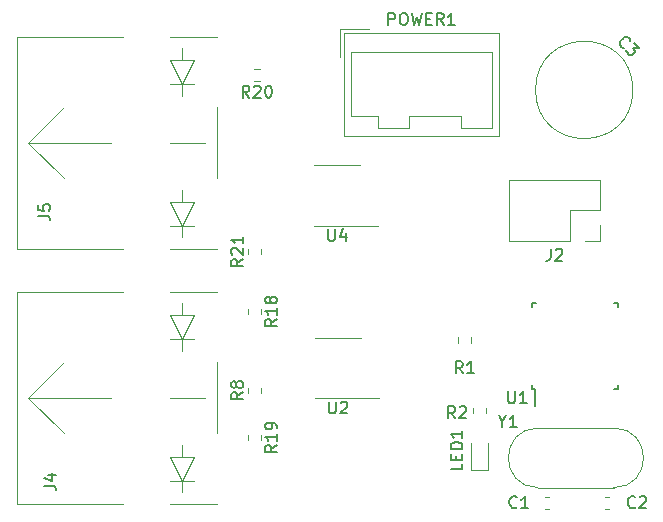
<source format=gto>
G04 #@! TF.GenerationSoftware,KiCad,Pcbnew,(5.1.9)-1*
G04 #@! TF.CreationDate,2021-06-09T23:11:38+02:00*
G04 #@! TF.ProjectId,controller,636f6e74-726f-46c6-9c65-722e6b696361,rev?*
G04 #@! TF.SameCoordinates,Original*
G04 #@! TF.FileFunction,Legend,Top*
G04 #@! TF.FilePolarity,Positive*
%FSLAX46Y46*%
G04 Gerber Fmt 4.6, Leading zero omitted, Abs format (unit mm)*
G04 Created by KiCad (PCBNEW (5.1.9)-1) date 2021-06-09 23:11:38*
%MOMM*%
%LPD*%
G01*
G04 APERTURE LIST*
%ADD10C,0.120000*%
%ADD11C,0.150000*%
G04 APERTURE END LIST*
D10*
X120715000Y-101620000D02*
X124165000Y-101620000D01*
X120715000Y-101620000D02*
X118765000Y-101620000D01*
X120715000Y-96500000D02*
X122665000Y-96500000D01*
X120715000Y-96500000D02*
X118765000Y-96500000D01*
X120650000Y-87015000D02*
X124100000Y-87015000D01*
X120650000Y-87015000D02*
X118700000Y-87015000D01*
X120650000Y-81895000D02*
X122600000Y-81895000D01*
X120650000Y-81895000D02*
X118700000Y-81895000D01*
X114187500Y-89455258D02*
X114187500Y-88980742D01*
X113142500Y-89455258D02*
X113142500Y-88980742D01*
X114092258Y-73772500D02*
X113617742Y-73772500D01*
X114092258Y-74817500D02*
X113617742Y-74817500D01*
X113142500Y-104727742D02*
X113142500Y-105202258D01*
X114187500Y-104727742D02*
X114187500Y-105202258D01*
X113142500Y-94060742D02*
X113142500Y-94535258D01*
X114187500Y-94060742D02*
X114187500Y-94535258D01*
X94505000Y-80010000D02*
X97505000Y-77010000D01*
X94505000Y-80010000D02*
X97505000Y-83010000D01*
X101505000Y-80010000D02*
X94505000Y-80010000D01*
X109505000Y-80010000D02*
X106505000Y-80010000D01*
X107505000Y-76010000D02*
X107505000Y-75010000D01*
X108505000Y-75010000D02*
X106505000Y-75010000D01*
X108505000Y-73010000D02*
X107505000Y-73010000D01*
X107505000Y-75010000D02*
X108505000Y-73010000D01*
X106505000Y-73010000D02*
X107505000Y-75010000D01*
X107505000Y-73010000D02*
X106505000Y-73010000D01*
X107505000Y-72010000D02*
X107505000Y-73010000D01*
X107505000Y-87010000D02*
X107505000Y-88010000D01*
X108505000Y-87010000D02*
X106505000Y-87010000D01*
X107505000Y-85010000D02*
X107505000Y-84010000D01*
X107505000Y-87010000D02*
X108505000Y-85010000D01*
X106505000Y-85010000D02*
X107505000Y-87010000D01*
X108505000Y-85010000D02*
X106505000Y-85010000D01*
X110505000Y-77010000D02*
X110505000Y-83010000D01*
X106505000Y-89010000D02*
X110505000Y-89010000D01*
X93505000Y-89010000D02*
X102505000Y-89010000D01*
X93505000Y-71010000D02*
X93505000Y-89010000D01*
X102505000Y-71010000D02*
X93505000Y-71010000D01*
X110505000Y-71010000D02*
X106505000Y-71010000D01*
X94505000Y-101600000D02*
X97505000Y-98600000D01*
X94505000Y-101600000D02*
X97505000Y-104600000D01*
X101505000Y-101600000D02*
X94505000Y-101600000D01*
X109505000Y-101600000D02*
X106505000Y-101600000D01*
X107505000Y-97600000D02*
X107505000Y-96600000D01*
X108505000Y-96600000D02*
X106505000Y-96600000D01*
X108505000Y-94600000D02*
X107505000Y-94600000D01*
X107505000Y-96600000D02*
X108505000Y-94600000D01*
X106505000Y-94600000D02*
X107505000Y-96600000D01*
X107505000Y-94600000D02*
X106505000Y-94600000D01*
X107505000Y-93600000D02*
X107505000Y-94600000D01*
X107505000Y-108600000D02*
X107505000Y-109600000D01*
X108505000Y-108600000D02*
X106505000Y-108600000D01*
X107505000Y-106600000D02*
X107505000Y-105600000D01*
X107505000Y-108600000D02*
X108505000Y-106600000D01*
X106505000Y-106600000D02*
X107505000Y-108600000D01*
X108505000Y-106600000D02*
X106505000Y-106600000D01*
X110505000Y-98600000D02*
X110505000Y-104600000D01*
X106505000Y-110600000D02*
X110505000Y-110600000D01*
X93505000Y-110600000D02*
X102505000Y-110600000D01*
X93505000Y-92600000D02*
X93505000Y-110600000D01*
X102505000Y-92600000D02*
X93505000Y-92600000D01*
X110505000Y-92600000D02*
X106505000Y-92600000D01*
X142935000Y-86995000D02*
X142935000Y-88325000D01*
X142935000Y-88325000D02*
X141605000Y-88325000D01*
X142935000Y-85725000D02*
X140335000Y-85725000D01*
X140335000Y-85725000D02*
X140335000Y-88325000D01*
X140335000Y-88325000D02*
X135195000Y-88325000D01*
X135195000Y-83125000D02*
X135195000Y-88325000D01*
X142935000Y-83125000D02*
X135195000Y-83125000D01*
X142935000Y-83125000D02*
X142935000Y-85725000D01*
X145692437Y-75532437D02*
G75*
G03*
X145692437Y-75532437I-4120000J0D01*
G01*
D11*
X137375000Y-100850000D02*
X137375000Y-102275000D01*
X137150000Y-93600000D02*
X137150000Y-93925000D01*
X144400000Y-93600000D02*
X144400000Y-93925000D01*
X144400000Y-100850000D02*
X144400000Y-100525000D01*
X137150000Y-100850000D02*
X137150000Y-100525000D01*
X144400000Y-100850000D02*
X144075000Y-100850000D01*
X144400000Y-93600000D02*
X144075000Y-93600000D01*
X137150000Y-93600000D02*
X137475000Y-93600000D01*
X137150000Y-100850000D02*
X137375000Y-100850000D01*
D10*
X120925000Y-70370000D02*
X123335000Y-70370000D01*
X120925000Y-72780000D02*
X120925000Y-70370000D01*
X133735000Y-72280000D02*
X121835000Y-72280000D01*
X133735000Y-78780000D02*
X133735000Y-72280000D01*
X131135000Y-78780000D02*
X133735000Y-78780000D01*
X131135000Y-77780000D02*
X131135000Y-78780000D01*
X126735000Y-77780000D02*
X131135000Y-77780000D01*
X126735000Y-78780000D02*
X126735000Y-77780000D01*
X124135000Y-78780000D02*
X126735000Y-78780000D01*
X124135000Y-77780000D02*
X124135000Y-78780000D01*
X121835000Y-77780000D02*
X124135000Y-77780000D01*
X121835000Y-72280000D02*
X121835000Y-77780000D01*
X134345000Y-70670000D02*
X121225000Y-70670000D01*
X134345000Y-79390000D02*
X134345000Y-70670000D01*
X121225000Y-79390000D02*
X134345000Y-79390000D01*
X121225000Y-70670000D02*
X121225000Y-79390000D01*
X137670000Y-109205000D02*
X144070000Y-109205000D01*
X137670000Y-104155000D02*
X144070000Y-104155000D01*
X144070000Y-109205000D02*
G75*
G03*
X144070000Y-104155000I0J2525000D01*
G01*
X137670000Y-109205000D02*
G75*
G02*
X137670000Y-104155000I0J2525000D01*
G01*
X133237500Y-102917258D02*
X133237500Y-102442742D01*
X132192500Y-102917258D02*
X132192500Y-102442742D01*
X133450000Y-107682500D02*
X133450000Y-105397500D01*
X131980000Y-107682500D02*
X133450000Y-107682500D01*
X131980000Y-105397500D02*
X131980000Y-107682500D01*
X131967500Y-96947258D02*
X131967500Y-96472742D01*
X130922500Y-96947258D02*
X130922500Y-96472742D01*
X114187500Y-101202258D02*
X114187500Y-100727742D01*
X113142500Y-101202258D02*
X113142500Y-100727742D01*
X143369420Y-111000000D02*
X143650580Y-111000000D01*
X143369420Y-109980000D02*
X143650580Y-109980000D01*
X138289420Y-111000000D02*
X138570580Y-111000000D01*
X138289420Y-109980000D02*
X138570580Y-109980000D01*
D11*
X119953095Y-101912380D02*
X119953095Y-102721904D01*
X120000714Y-102817142D01*
X120048333Y-102864761D01*
X120143571Y-102912380D01*
X120334047Y-102912380D01*
X120429285Y-102864761D01*
X120476904Y-102817142D01*
X120524523Y-102721904D01*
X120524523Y-101912380D01*
X120953095Y-102007619D02*
X121000714Y-101960000D01*
X121095952Y-101912380D01*
X121334047Y-101912380D01*
X121429285Y-101960000D01*
X121476904Y-102007619D01*
X121524523Y-102102857D01*
X121524523Y-102198095D01*
X121476904Y-102340952D01*
X120905476Y-102912380D01*
X121524523Y-102912380D01*
X119888095Y-87307380D02*
X119888095Y-88116904D01*
X119935714Y-88212142D01*
X119983333Y-88259761D01*
X120078571Y-88307380D01*
X120269047Y-88307380D01*
X120364285Y-88259761D01*
X120411904Y-88212142D01*
X120459523Y-88116904D01*
X120459523Y-87307380D01*
X121364285Y-87640714D02*
X121364285Y-88307380D01*
X121126190Y-87259761D02*
X120888095Y-87974047D01*
X121507142Y-87974047D01*
X112687380Y-89860857D02*
X112211190Y-90194190D01*
X112687380Y-90432285D02*
X111687380Y-90432285D01*
X111687380Y-90051333D01*
X111735000Y-89956095D01*
X111782619Y-89908476D01*
X111877857Y-89860857D01*
X112020714Y-89860857D01*
X112115952Y-89908476D01*
X112163571Y-89956095D01*
X112211190Y-90051333D01*
X112211190Y-90432285D01*
X111782619Y-89479904D02*
X111735000Y-89432285D01*
X111687380Y-89337047D01*
X111687380Y-89098952D01*
X111735000Y-89003714D01*
X111782619Y-88956095D01*
X111877857Y-88908476D01*
X111973095Y-88908476D01*
X112115952Y-88956095D01*
X112687380Y-89527523D01*
X112687380Y-88908476D01*
X112687380Y-87956095D02*
X112687380Y-88527523D01*
X112687380Y-88241809D02*
X111687380Y-88241809D01*
X111830238Y-88337047D01*
X111925476Y-88432285D01*
X111973095Y-88527523D01*
X113212142Y-76177380D02*
X112878809Y-75701190D01*
X112640714Y-76177380D02*
X112640714Y-75177380D01*
X113021666Y-75177380D01*
X113116904Y-75225000D01*
X113164523Y-75272619D01*
X113212142Y-75367857D01*
X113212142Y-75510714D01*
X113164523Y-75605952D01*
X113116904Y-75653571D01*
X113021666Y-75701190D01*
X112640714Y-75701190D01*
X113593095Y-75272619D02*
X113640714Y-75225000D01*
X113735952Y-75177380D01*
X113974047Y-75177380D01*
X114069285Y-75225000D01*
X114116904Y-75272619D01*
X114164523Y-75367857D01*
X114164523Y-75463095D01*
X114116904Y-75605952D01*
X113545476Y-76177380D01*
X114164523Y-76177380D01*
X114783571Y-75177380D02*
X114878809Y-75177380D01*
X114974047Y-75225000D01*
X115021666Y-75272619D01*
X115069285Y-75367857D01*
X115116904Y-75558333D01*
X115116904Y-75796428D01*
X115069285Y-75986904D01*
X115021666Y-76082142D01*
X114974047Y-76129761D01*
X114878809Y-76177380D01*
X114783571Y-76177380D01*
X114688333Y-76129761D01*
X114640714Y-76082142D01*
X114593095Y-75986904D01*
X114545476Y-75796428D01*
X114545476Y-75558333D01*
X114593095Y-75367857D01*
X114640714Y-75272619D01*
X114688333Y-75225000D01*
X114783571Y-75177380D01*
X115547380Y-105607857D02*
X115071190Y-105941190D01*
X115547380Y-106179285D02*
X114547380Y-106179285D01*
X114547380Y-105798333D01*
X114595000Y-105703095D01*
X114642619Y-105655476D01*
X114737857Y-105607857D01*
X114880714Y-105607857D01*
X114975952Y-105655476D01*
X115023571Y-105703095D01*
X115071190Y-105798333D01*
X115071190Y-106179285D01*
X115547380Y-104655476D02*
X115547380Y-105226904D01*
X115547380Y-104941190D02*
X114547380Y-104941190D01*
X114690238Y-105036428D01*
X114785476Y-105131666D01*
X114833095Y-105226904D01*
X115547380Y-104179285D02*
X115547380Y-103988809D01*
X115499761Y-103893571D01*
X115452142Y-103845952D01*
X115309285Y-103750714D01*
X115118809Y-103703095D01*
X114737857Y-103703095D01*
X114642619Y-103750714D01*
X114595000Y-103798333D01*
X114547380Y-103893571D01*
X114547380Y-104084047D01*
X114595000Y-104179285D01*
X114642619Y-104226904D01*
X114737857Y-104274523D01*
X114975952Y-104274523D01*
X115071190Y-104226904D01*
X115118809Y-104179285D01*
X115166428Y-104084047D01*
X115166428Y-103893571D01*
X115118809Y-103798333D01*
X115071190Y-103750714D01*
X114975952Y-103703095D01*
X115547380Y-94940857D02*
X115071190Y-95274190D01*
X115547380Y-95512285D02*
X114547380Y-95512285D01*
X114547380Y-95131333D01*
X114595000Y-95036095D01*
X114642619Y-94988476D01*
X114737857Y-94940857D01*
X114880714Y-94940857D01*
X114975952Y-94988476D01*
X115023571Y-95036095D01*
X115071190Y-95131333D01*
X115071190Y-95512285D01*
X115547380Y-93988476D02*
X115547380Y-94559904D01*
X115547380Y-94274190D02*
X114547380Y-94274190D01*
X114690238Y-94369428D01*
X114785476Y-94464666D01*
X114833095Y-94559904D01*
X114975952Y-93417047D02*
X114928333Y-93512285D01*
X114880714Y-93559904D01*
X114785476Y-93607523D01*
X114737857Y-93607523D01*
X114642619Y-93559904D01*
X114595000Y-93512285D01*
X114547380Y-93417047D01*
X114547380Y-93226571D01*
X114595000Y-93131333D01*
X114642619Y-93083714D01*
X114737857Y-93036095D01*
X114785476Y-93036095D01*
X114880714Y-93083714D01*
X114928333Y-93131333D01*
X114975952Y-93226571D01*
X114975952Y-93417047D01*
X115023571Y-93512285D01*
X115071190Y-93559904D01*
X115166428Y-93607523D01*
X115356904Y-93607523D01*
X115452142Y-93559904D01*
X115499761Y-93512285D01*
X115547380Y-93417047D01*
X115547380Y-93226571D01*
X115499761Y-93131333D01*
X115452142Y-93083714D01*
X115356904Y-93036095D01*
X115166428Y-93036095D01*
X115071190Y-93083714D01*
X115023571Y-93131333D01*
X114975952Y-93226571D01*
X95337380Y-86185333D02*
X96051666Y-86185333D01*
X96194523Y-86232952D01*
X96289761Y-86328190D01*
X96337380Y-86471047D01*
X96337380Y-86566285D01*
X95337380Y-85232952D02*
X95337380Y-85709142D01*
X95813571Y-85756761D01*
X95765952Y-85709142D01*
X95718333Y-85613904D01*
X95718333Y-85375809D01*
X95765952Y-85280571D01*
X95813571Y-85232952D01*
X95908809Y-85185333D01*
X96146904Y-85185333D01*
X96242142Y-85232952D01*
X96289761Y-85280571D01*
X96337380Y-85375809D01*
X96337380Y-85613904D01*
X96289761Y-85709142D01*
X96242142Y-85756761D01*
X95845380Y-109045333D02*
X96559666Y-109045333D01*
X96702523Y-109092952D01*
X96797761Y-109188190D01*
X96845380Y-109331047D01*
X96845380Y-109426285D01*
X96178714Y-108140571D02*
X96845380Y-108140571D01*
X95797761Y-108378666D02*
X96512047Y-108616761D01*
X96512047Y-107997714D01*
X138731666Y-88987380D02*
X138731666Y-89701666D01*
X138684047Y-89844523D01*
X138588809Y-89939761D01*
X138445952Y-89987380D01*
X138350714Y-89987380D01*
X139160238Y-89082619D02*
X139207857Y-89035000D01*
X139303095Y-88987380D01*
X139541190Y-88987380D01*
X139636428Y-89035000D01*
X139684047Y-89082619D01*
X139731666Y-89177857D01*
X139731666Y-89273095D01*
X139684047Y-89415952D01*
X139112619Y-89987380D01*
X139731666Y-89987380D01*
X144914357Y-71954813D02*
X144847014Y-71954813D01*
X144712327Y-71887469D01*
X144644983Y-71820126D01*
X144577640Y-71685438D01*
X144577640Y-71550751D01*
X144611311Y-71449736D01*
X144712327Y-71281377D01*
X144813342Y-71180362D01*
X144981701Y-71079347D01*
X145082716Y-71045675D01*
X145217403Y-71045675D01*
X145352090Y-71113019D01*
X145419434Y-71180362D01*
X145486777Y-71315049D01*
X145486777Y-71382393D01*
X145789823Y-71550751D02*
X146227556Y-71988484D01*
X145722479Y-72022156D01*
X145823495Y-72123171D01*
X145857166Y-72224187D01*
X145857166Y-72291530D01*
X145823495Y-72392545D01*
X145655136Y-72560904D01*
X145554121Y-72594576D01*
X145486777Y-72594576D01*
X145385762Y-72560904D01*
X145183731Y-72358874D01*
X145150059Y-72257858D01*
X145150059Y-72190515D01*
X135128095Y-101052380D02*
X135128095Y-101861904D01*
X135175714Y-101957142D01*
X135223333Y-102004761D01*
X135318571Y-102052380D01*
X135509047Y-102052380D01*
X135604285Y-102004761D01*
X135651904Y-101957142D01*
X135699523Y-101861904D01*
X135699523Y-101052380D01*
X136699523Y-102052380D02*
X136128095Y-102052380D01*
X136413809Y-102052380D02*
X136413809Y-101052380D01*
X136318571Y-101195238D01*
X136223333Y-101290476D01*
X136128095Y-101338095D01*
X124999285Y-70032380D02*
X124999285Y-69032380D01*
X125380238Y-69032380D01*
X125475476Y-69080000D01*
X125523095Y-69127619D01*
X125570714Y-69222857D01*
X125570714Y-69365714D01*
X125523095Y-69460952D01*
X125475476Y-69508571D01*
X125380238Y-69556190D01*
X124999285Y-69556190D01*
X126189761Y-69032380D02*
X126380238Y-69032380D01*
X126475476Y-69080000D01*
X126570714Y-69175238D01*
X126618333Y-69365714D01*
X126618333Y-69699047D01*
X126570714Y-69889523D01*
X126475476Y-69984761D01*
X126380238Y-70032380D01*
X126189761Y-70032380D01*
X126094523Y-69984761D01*
X125999285Y-69889523D01*
X125951666Y-69699047D01*
X125951666Y-69365714D01*
X125999285Y-69175238D01*
X126094523Y-69080000D01*
X126189761Y-69032380D01*
X126951666Y-69032380D02*
X127189761Y-70032380D01*
X127380238Y-69318095D01*
X127570714Y-70032380D01*
X127808809Y-69032380D01*
X128189761Y-69508571D02*
X128523095Y-69508571D01*
X128665952Y-70032380D02*
X128189761Y-70032380D01*
X128189761Y-69032380D01*
X128665952Y-69032380D01*
X129665952Y-70032380D02*
X129332619Y-69556190D01*
X129094523Y-70032380D02*
X129094523Y-69032380D01*
X129475476Y-69032380D01*
X129570714Y-69080000D01*
X129618333Y-69127619D01*
X129665952Y-69222857D01*
X129665952Y-69365714D01*
X129618333Y-69460952D01*
X129570714Y-69508571D01*
X129475476Y-69556190D01*
X129094523Y-69556190D01*
X130618333Y-70032380D02*
X130046904Y-70032380D01*
X130332619Y-70032380D02*
X130332619Y-69032380D01*
X130237380Y-69175238D01*
X130142142Y-69270476D01*
X130046904Y-69318095D01*
X134651809Y-103608190D02*
X134651809Y-104084380D01*
X134318476Y-103084380D02*
X134651809Y-103608190D01*
X134985142Y-103084380D01*
X135842285Y-104084380D02*
X135270857Y-104084380D01*
X135556571Y-104084380D02*
X135556571Y-103084380D01*
X135461333Y-103227238D01*
X135366095Y-103322476D01*
X135270857Y-103370095D01*
X130643333Y-103322380D02*
X130310000Y-102846190D01*
X130071904Y-103322380D02*
X130071904Y-102322380D01*
X130452857Y-102322380D01*
X130548095Y-102370000D01*
X130595714Y-102417619D01*
X130643333Y-102512857D01*
X130643333Y-102655714D01*
X130595714Y-102750952D01*
X130548095Y-102798571D01*
X130452857Y-102846190D01*
X130071904Y-102846190D01*
X131024285Y-102417619D02*
X131071904Y-102370000D01*
X131167142Y-102322380D01*
X131405238Y-102322380D01*
X131500476Y-102370000D01*
X131548095Y-102417619D01*
X131595714Y-102512857D01*
X131595714Y-102608095D01*
X131548095Y-102750952D01*
X130976666Y-103322380D01*
X131595714Y-103322380D01*
X131262380Y-107164047D02*
X131262380Y-107640238D01*
X130262380Y-107640238D01*
X130738571Y-106830714D02*
X130738571Y-106497380D01*
X131262380Y-106354523D02*
X131262380Y-106830714D01*
X130262380Y-106830714D01*
X130262380Y-106354523D01*
X131262380Y-105925952D02*
X130262380Y-105925952D01*
X130262380Y-105687857D01*
X130310000Y-105545000D01*
X130405238Y-105449761D01*
X130500476Y-105402142D01*
X130690952Y-105354523D01*
X130833809Y-105354523D01*
X131024285Y-105402142D01*
X131119523Y-105449761D01*
X131214761Y-105545000D01*
X131262380Y-105687857D01*
X131262380Y-105925952D01*
X131262380Y-104402142D02*
X131262380Y-104973571D01*
X131262380Y-104687857D02*
X130262380Y-104687857D01*
X130405238Y-104783095D01*
X130500476Y-104878333D01*
X130548095Y-104973571D01*
X131278333Y-99512380D02*
X130945000Y-99036190D01*
X130706904Y-99512380D02*
X130706904Y-98512380D01*
X131087857Y-98512380D01*
X131183095Y-98560000D01*
X131230714Y-98607619D01*
X131278333Y-98702857D01*
X131278333Y-98845714D01*
X131230714Y-98940952D01*
X131183095Y-98988571D01*
X131087857Y-99036190D01*
X130706904Y-99036190D01*
X132230714Y-99512380D02*
X131659285Y-99512380D01*
X131945000Y-99512380D02*
X131945000Y-98512380D01*
X131849761Y-98655238D01*
X131754523Y-98750476D01*
X131659285Y-98798095D01*
X112687380Y-101131666D02*
X112211190Y-101465000D01*
X112687380Y-101703095D02*
X111687380Y-101703095D01*
X111687380Y-101322142D01*
X111735000Y-101226904D01*
X111782619Y-101179285D01*
X111877857Y-101131666D01*
X112020714Y-101131666D01*
X112115952Y-101179285D01*
X112163571Y-101226904D01*
X112211190Y-101322142D01*
X112211190Y-101703095D01*
X112115952Y-100560238D02*
X112068333Y-100655476D01*
X112020714Y-100703095D01*
X111925476Y-100750714D01*
X111877857Y-100750714D01*
X111782619Y-100703095D01*
X111735000Y-100655476D01*
X111687380Y-100560238D01*
X111687380Y-100369761D01*
X111735000Y-100274523D01*
X111782619Y-100226904D01*
X111877857Y-100179285D01*
X111925476Y-100179285D01*
X112020714Y-100226904D01*
X112068333Y-100274523D01*
X112115952Y-100369761D01*
X112115952Y-100560238D01*
X112163571Y-100655476D01*
X112211190Y-100703095D01*
X112306428Y-100750714D01*
X112496904Y-100750714D01*
X112592142Y-100703095D01*
X112639761Y-100655476D01*
X112687380Y-100560238D01*
X112687380Y-100369761D01*
X112639761Y-100274523D01*
X112592142Y-100226904D01*
X112496904Y-100179285D01*
X112306428Y-100179285D01*
X112211190Y-100226904D01*
X112163571Y-100274523D01*
X112115952Y-100369761D01*
X145883333Y-110847142D02*
X145835714Y-110894761D01*
X145692857Y-110942380D01*
X145597619Y-110942380D01*
X145454761Y-110894761D01*
X145359523Y-110799523D01*
X145311904Y-110704285D01*
X145264285Y-110513809D01*
X145264285Y-110370952D01*
X145311904Y-110180476D01*
X145359523Y-110085238D01*
X145454761Y-109990000D01*
X145597619Y-109942380D01*
X145692857Y-109942380D01*
X145835714Y-109990000D01*
X145883333Y-110037619D01*
X146264285Y-110037619D02*
X146311904Y-109990000D01*
X146407142Y-109942380D01*
X146645238Y-109942380D01*
X146740476Y-109990000D01*
X146788095Y-110037619D01*
X146835714Y-110132857D01*
X146835714Y-110228095D01*
X146788095Y-110370952D01*
X146216666Y-110942380D01*
X146835714Y-110942380D01*
X135863333Y-110847142D02*
X135815714Y-110894761D01*
X135672857Y-110942380D01*
X135577619Y-110942380D01*
X135434761Y-110894761D01*
X135339523Y-110799523D01*
X135291904Y-110704285D01*
X135244285Y-110513809D01*
X135244285Y-110370952D01*
X135291904Y-110180476D01*
X135339523Y-110085238D01*
X135434761Y-109990000D01*
X135577619Y-109942380D01*
X135672857Y-109942380D01*
X135815714Y-109990000D01*
X135863333Y-110037619D01*
X136815714Y-110942380D02*
X136244285Y-110942380D01*
X136530000Y-110942380D02*
X136530000Y-109942380D01*
X136434761Y-110085238D01*
X136339523Y-110180476D01*
X136244285Y-110228095D01*
M02*

</source>
